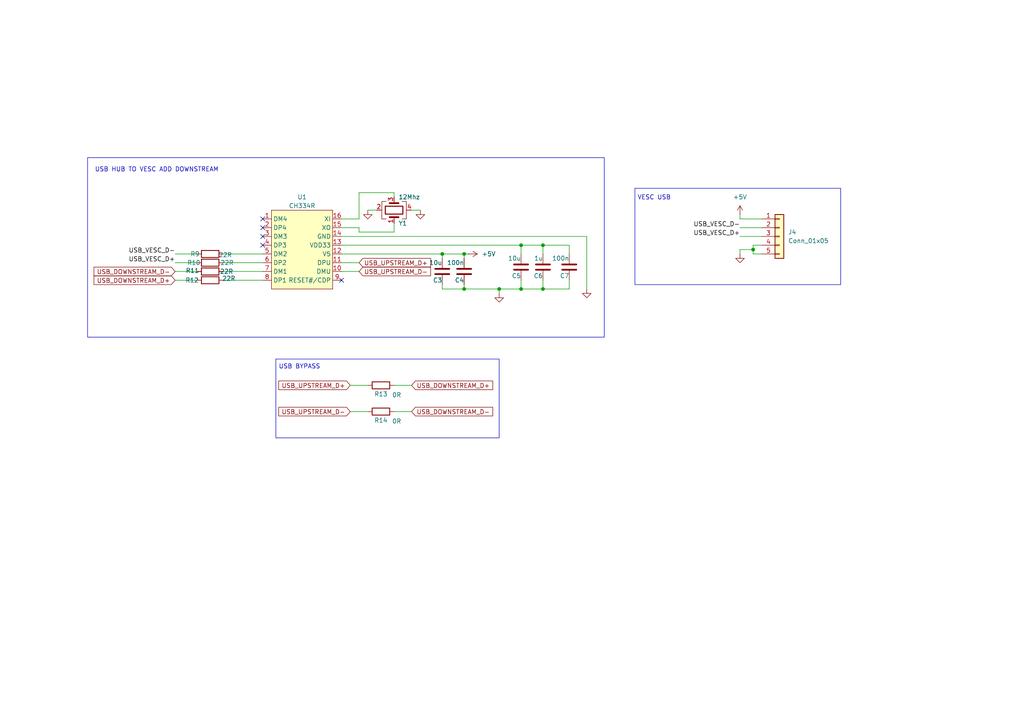
<source format=kicad_sch>
(kicad_sch (version 20231120) (generator "eeschema") (generator_version "8.0")
  (paper "A4")
  (lib_symbols
    (symbol "Connector_Generic:Conn_01x05" (pin_names (offset 1.016) hide)
      (property "Reference" "J" (at 0 7.62 0))
      (property "Value" "Conn_01x05" (at 0 -7.62 0))
      (symbol "Conn_01x05_1_1"
        (rectangle (start -1.27 -4.953) (end 0 -5.207) (stroke (width 0.1524)))
        (rectangle (start -1.27 -2.413) (end 0 -2.667) (stroke (width 0.1524)))
        (rectangle (start -1.27 0.127) (end 0 -0.127) (stroke (width 0.1524)))
        (rectangle (start -1.27 2.667) (end 0 2.413) (stroke (width 0.1524)))
        (rectangle (start -1.27 5.207) (end 0 4.953) (stroke (width 0.1524)))
        (rectangle (start -1.27 6.35) (end 1.27 -6.35) (stroke (width 0.254)) (fill (type background)))
        (pin passive line (at -5.08 5.08 0) (length 3.81) (name "Pin_1") (number "1"))
        (pin passive line (at -5.08 2.54 0) (length 3.81) (name "Pin_2") (number "2"))
        (pin passive line (at -5.08 0 0) (length 3.81) (name "Pin_3") (number "3"))
        (pin passive line (at -5.08 -2.54 0) (length 3.81) (name "Pin_4") (number "4"))
        (pin passive line (at -5.08 -5.08 0) (length 3.81) (name "Pin_5") (number "5"))
      )
    )
    (symbol "Device:C" (pin_numbers hide) (pin_names (offset 0.254))
      (property "Reference" "C" (at 0.635 2.54 0))
      (property "Value" "C" (at 0.635 -2.54 0))
      (symbol "C_0_1"
        (polyline (pts (xy -2.032 -0.762) (xy 2.032 -0.762)) (stroke (width 0.508)))
        (polyline (pts (xy -2.032 0.762) (xy 2.032 0.762)) (stroke (width 0.508)))
      )
      (symbol "C_1_1"
        (pin passive line (at 0 3.81 270) (length 2.794) (name "~") (number "1"))
        (pin passive line (at 0 -3.81 90) (length 2.794) (name "~") (number "2"))
      )
    )
    (symbol "Device:Crystal_GND24" (pin_names (offset 1.016) hide)
      (property "Reference" "Y" (at 3.175 5.08 0))
      (property "Value" "Crystal_GND24" (at 3.175 3.175 0))
      (symbol "Crystal_GND24_0_1"
        (rectangle (start -1.143 2.54) (end 1.143 -2.54) (stroke (width 0.3048)))
        (polyline (pts (xy -2.54 0) (xy -2.032 0)))
        (polyline (pts (xy -2.032 -1.27) (xy -2.032 1.27)) (stroke (width 0.508)))
        (polyline (pts (xy 0 -3.81) (xy 0 -3.556)))
        (polyline (pts (xy 0 3.556) (xy 0 3.81)))
        (polyline (pts (xy 2.032 -1.27) (xy 2.032 1.27)) (stroke (width 0.508)))
        (polyline (pts (xy 2.032 0) (xy 2.54 0)))
        (polyline (pts (xy -2.54 -2.286) (xy -2.54 -3.556) (xy 2.54 -3.556) (xy 2.54 -2.286)))
        (polyline (pts (xy -2.54 2.286) (xy -2.54 3.556) (xy 2.54 3.556) (xy 2.54 2.286)))
      )
      (symbol "Crystal_GND24_1_1"
        (pin passive line (at -3.81 0 0) (length 1.27) (name "1") (number "1"))
        (pin passive line (at 0 5.08 270) (length 1.27) (name "2") (number "2"))
        (pin passive line (at 3.81 0 180) (length 1.27) (name "3") (number "3"))
        (pin passive line (at 0 -5.08 90) (length 1.27) (name "4") (number "4"))
      )
    )
    (symbol "Device:R" (pin_numbers hide) (pin_names (offset 0))
      (property "Reference" "R" (at 2.032 0 90))
      (property "Value" "R" (at 0 0 90))
      (symbol "R_0_1"
        (rectangle (start -1.016 -2.54) (end 1.016 2.54) (stroke (width 0.254)))
      )
      (symbol "R_1_1"
        (pin passive line (at 0 3.81 270) (length 1.27) (name "~") (number "1"))
        (pin passive line (at 0 -3.81 90) (length 1.27) (name "~") (number "2"))
      )
    )
    (symbol "WCH_USB:CH334R"
      (property "Reference" "U" (at 0 3.81 0))
      (property "Value" "CH334R" (at 0 1.27 0))
      (symbol "CH334R_0_1"
        (rectangle (start -8.89 0) (end 8.89 -22.86) (stroke (width 0.1524)) (fill (type background)))
      )
      (symbol "CH334R_1_1"
        (pin bidirectional line (at -11.43 -2.54 0) (length 2.54) (name "DM4") (number "1"))
        (pin bidirectional line (at 11.43 -17.78 180) (length 2.54) (name "DMU") (number "10"))
        (pin bidirectional line (at 11.43 -15.24 180) (length 2.54) (name "DPU") (number "11"))
        (pin power_in line (at 11.43 -12.7 180) (length 2.54) (name "V5") (number "12"))
        (pin power_out line (at 11.43 -10.16 180) (length 2.54) (name "VDD33") (number "13"))
        (pin power_in line (at 11.43 -7.62 180) (length 2.54) (name "GND") (number "14"))
        (pin bidirectional line (at 11.43 -5.08 180) (length 2.54) (name "XO") (number "15"))
        (pin bidirectional line (at 11.43 -2.54 180) (length 2.54) (name "XI") (number "16"))
        (pin bidirectional line (at -11.43 -5.08 0) (length 2.54) (name "DP4") (number "2"))
        (pin bidirectional line (at -11.43 -7.62 0) (length 2.54) (name "DM3") (number "3"))
        (pin bidirectional line (at -11.43 -10.16 0) (length 2.54) (name "DP3") (number "4"))
        (pin bidirectional line (at -11.43 -12.7 0) (length 2.54) (name "DM2") (number "5"))
        (pin bidirectional line (at -11.43 -15.24 0) (length 2.54) (name "DP2") (number "6"))
        (pin bidirectional line (at -11.43 -17.78 0) (length 2.54) (name "DM1") (number "7"))
        (pin bidirectional line (at -11.43 -20.32 0) (length 2.54) (name "DP1") (number "8"))
        (pin bidirectional line (at 11.43 -20.32 180) (length 2.54) (name "RESET#/CDP") (number "9"))
      )
    )
    (symbol "power:+3V3" (power) (pin_names (offset 0))
      (property "Value" "+3V3" (at 0 3.556 0))
      (symbol "+3V3_0_1"
        (polyline (pts (xy -0.762 1.27) (xy 0 2.54)))
        (polyline (pts (xy 0 0) (xy 0 2.54)))
        (polyline (pts (xy 0 2.54) (xy 0.762 1.27)))
      )
      (symbol "+3V3_1_1"
        (pin power_in line (at 0 0 90) (length 0) hide (name "+3V3") (number "1"))
      )
    )
    (symbol "power:+5V" (power) (pin_numbers hide) (pin_names (offset 0) hide)
      (property "Value" "+5V" (at 0 3.556 0))
      (symbol "+5V_0_1"
        (polyline (pts (xy -0.762 1.27) (xy 0 2.54)))
        (polyline (pts (xy 0 0) (xy 0 2.54)))
        (polyline (pts (xy 0 2.54) (xy 0.762 1.27)))
      )
      (symbol "+5V_1_1"
        (pin power_in line (at 0 0 90) (length 0) (name "~") (number "1"))
      )
    )
    (symbol "power:GND" (power) (pin_names (offset 0))
      (property "Value" "GND" (at 0 -3.81 0))
      (symbol "GND_0_1"
        (polyline (pts (xy 0 0) (xy 0 -1.27) (xy 1.27 -1.27) (xy 0 -2.54) (xy -1.27 -1.27) (xy 0 -1.27)))
      )
      (symbol "GND_1_1"
        (pin power_in line (at 0 0 270) (length 0) hide (name "GND") (number "1"))
      )
    )
  )
  (junction (at 134.62 73.66))
  (junction (at 151.13 83.82))
  (junction (at 144.78 83.82))
  (junction (at 218.44 72.39))
  (junction (at 157.48 83.82))
  (junction (at 151.13 71.12))
  (junction (at 128.27 73.66))
  (junction (at 157.48 71.12))
  (junction (at 134.62 83.82))
  (no_connect (at 99.06 81.28))
  (no_connect (at 76.2 63.5))
  (no_connect (at 76.2 71.12))
  (no_connect (at 76.2 66.04))
  (no_connect (at 76.2 68.58))
  (wire (pts (xy 151.13 71.12) (xy 151.13 73.66)))
  (wire (pts (xy 144.78 83.82) (xy 151.13 83.82)))
  (wire (pts (xy 214.63 68.58) (xy 220.98 68.58)))
  (wire (pts (xy 218.44 72.39) (xy 218.44 73.66)))
  (wire (pts (xy 134.62 73.66) (xy 135.89 73.66)))
  (wire (pts (xy 218.44 71.12) (xy 220.98 71.12)))
  (wire (pts (xy 114.3 64.77) (xy 114.3 67.31)))
  (wire (pts (xy 104.14 67.31) (xy 114.3 67.31)))
  (wire (pts (xy 50.8 78.74) (xy 57.15 78.74)))
  (wire (pts (xy 165.1 83.82) (xy 157.48 83.82)))
  (wire (pts (xy 106.68 60.96) (xy 109.22 60.96)))
  (wire (pts (xy 114.3 111.76) (xy 119.38 111.76)))
  (wire (pts (xy 128.27 83.82) (xy 134.62 83.82)))
  (wire (pts (xy 218.44 72.39) (xy 218.44 71.12)))
  (wire (pts (xy 157.48 81.28) (xy 157.48 83.82)))
  (wire (pts (xy 144.78 83.82) (xy 144.78 85.09)))
  (wire (pts (xy 157.48 83.82) (xy 151.13 83.82)))
  (wire (pts (xy 114.3 55.88) (xy 114.3 57.15)))
  (wire (pts (xy 99.06 78.74) (xy 104.14 78.74)))
  (wire (pts (xy 170.18 68.58) (xy 99.06 68.58)))
  (wire (pts (xy 101.6 111.76) (xy 106.68 111.76)))
  (wire (pts (xy 64.77 73.66) (xy 76.2 73.66)))
  (wire (pts (xy 214.63 73.66) (xy 214.63 72.39)))
  (wire (pts (xy 214.63 66.04) (xy 220.98 66.04)))
  (wire (pts (xy 165.1 73.66) (xy 165.1 71.12)))
  (wire (pts (xy 165.1 81.28) (xy 165.1 83.82)))
  (wire (pts (xy 214.63 63.5) (xy 214.63 62.23)))
  (wire (pts (xy 104.14 55.88) (xy 114.3 55.88)))
  (wire (pts (xy 99.06 71.12) (xy 151.13 71.12)))
  (wire (pts (xy 104.14 55.88) (xy 104.14 63.5)))
  (wire (pts (xy 104.14 66.04) (xy 99.06 66.04)))
  (wire (pts (xy 50.8 76.2) (xy 57.15 76.2)))
  (wire (pts (xy 99.06 63.5) (xy 104.14 63.5)))
  (wire (pts (xy 151.13 83.82) (xy 151.13 81.28)))
  (wire (pts (xy 151.13 71.12) (xy 157.48 71.12)))
  (wire (pts (xy 119.38 60.96) (xy 121.92 60.96)))
  (wire (pts (xy 214.63 63.5) (xy 220.98 63.5)))
  (wire (pts (xy 134.62 82.55) (xy 134.62 83.82)))
  (wire (pts (xy 64.77 78.74) (xy 76.2 78.74)))
  (wire (pts (xy 220.98 73.66) (xy 218.44 73.66)))
  (wire (pts (xy 99.06 73.66) (xy 128.27 73.66)))
  (wire (pts (xy 64.77 81.28) (xy 76.2 81.28)))
  (wire (pts (xy 128.27 74.93) (xy 128.27 73.66)))
  (wire (pts (xy 157.48 71.12) (xy 165.1 71.12)))
  (wire (pts (xy 50.8 81.28) (xy 57.15 81.28)))
  (wire (pts (xy 104.14 67.31) (xy 104.14 66.04)))
  (wire (pts (xy 170.18 83.82) (xy 170.18 68.58)))
  (wire (pts (xy 101.6 119.38) (xy 106.68 119.38)))
  (wire (pts (xy 50.8 73.66) (xy 57.15 73.66)))
  (wire (pts (xy 214.63 72.39) (xy 218.44 72.39)))
  (wire (pts (xy 128.27 73.66) (xy 134.62 73.66)))
  (wire (pts (xy 99.06 76.2) (xy 104.14 76.2)))
  (wire (pts (xy 134.62 74.93) (xy 134.62 73.66)))
  (wire (pts (xy 128.27 82.55) (xy 128.27 83.82)))
  (wire (pts (xy 144.78 83.82) (xy 134.62 83.82)))
  (wire (pts (xy 114.3 119.38) (xy 119.38 119.38)))
  (wire (pts (xy 157.48 71.12) (xy 157.48 73.66)))
  (wire (pts (xy 64.77 76.2) (xy 76.2 76.2)))
  (rectangle (start 184.15 54.61) (end 243.84 82.55))
  (rectangle (start 25.4 45.72) (end 175.26 97.79))
  (rectangle (start 80.01 104.14) (end 144.78 127))
  (text "USB BYPASS\n" (at 86.868 106.426 0) (effects (font (size 1.27 1.27))))
  (text "USB HUB TO VESC ADD DOWNSTREAM" (at 45.466 49.276 0) (effects (font (size 1.27 1.27))))
  (text "VESC USB" (at 189.738 57.404 0) (effects (font (size 1.27 1.27))))
  (label "USB_VESC_D-" (at 50.8 73.66 180))
  (label "USB_VESC_D+" (at 214.63 68.58 180))
  (label "USB_VESC_D-" (at 214.63 66.04 180))
  (label "USB_VESC_D+" (at 50.8 76.2 180))
  (global_label "USB_DOWNSTREAM_D-" (shape input) (at 50.8 78.74 180) (property "Intersheetrefs" "${INTERSHEET_REFS}" (effects (hide yes))))
  (global_label "USB_UPSTREAM_D+" (shape input) (at 101.6 111.76 180) (property "Intersheetrefs" "${INTERSHEET_REFS}" (effects (hide yes))))
  (global_label "USB_UPSTREAM_D-" (shape input) (at 104.14 78.74 0) (property "Intersheetrefs" "${INTERSHEET_REFS}" (effects (hide yes))))
  (global_label "USB_DOWNSTREAM_D+" (shape input) (at 50.8 81.28 180) (property "Intersheetrefs" "${INTERSHEET_REFS}" (effects (hide yes))))
  (global_label "USB_UPSTREAM_D+" (shape input) (at 104.14 76.2 0) (property "Intersheetrefs" "${INTERSHEET_REFS}" (effects (hide yes))))
  (global_label "USB_UPSTREAM_D-" (shape input) (at 101.6 119.38 180) (property "Intersheetrefs" "${INTERSHEET_REFS}" (effects (hide yes))))
  (global_label "USB_DOWNSTREAM_D-" (shape input) (at 119.38 119.38 0) (property "Intersheetrefs" "${INTERSHEET_REFS}" (effects (hide yes))))
  (global_label "USB_DOWNSTREAM_D+" (shape input) (at 119.38 111.76 0) (property "Intersheetrefs" "${INTERSHEET_REFS}" (effects (hide yes))))
  (symbol (lib_id "Device:Crystal_GND24") (at 114.3 60.96 90) (unit 1)
    (property "Reference" "Y1" (at 115.57 64.77 90) (effects (justify right)))
    (property "Value" "12Mhz" (at 115.57 57.15 90) (effects (justify right)))
    (property "Footprint" "Crystal:Crystal_SMD_3225-4Pin_3.2x2.5mm" (effects (hide yes)))
  )
  (symbol (lib_id "power:GND") (at 106.68 60.96 0) (unit 1)
    (property "Reference" "#PWR08" (effects (hide yes)))
    (property "Value" "GND" (effects (hide yes)))
  )
  (symbol (lib_id "Device:C") (at 165.1 77.47 180) (unit 1)
    (property "Reference" "C7" (at 165.1 80.01 0) (effects (justify left)))
    (property "Value" "100n" (at 165.1 74.93 0) (effects (justify left)))
    (property "Footprint" "Capacitor_SMD:C_0402_1005Metric" (effects (hide yes)))
  )
  (symbol (lib_id "power:+5V") (at 135.89 73.66 270) (unit 1)
    (property "Reference" "#PWR010" (effects (hide yes)))
    (property "Value" "+5V" (at 139.7 73.6599 90) (effects (justify left)))
    (property "Description" "Power symbol creates a global label with name \"+5V\"" (effects (hide yes)))
  )
  (symbol (lib_id "Connector_Generic:Conn_01x05") (at 226.06 68.58 0) (unit 1)
    (property "Reference" "J4" (at 228.6 67.3099 0) (effects (justify left)))
    (property "Value" "Conn_01x05" (at 228.6 69.8499 0) (effects (justify left)))
    (property "Footprint" "Connector_PinHeader_2.54mm:PinHeader_1x05_P2.54mm_Vertical" (effects (hide yes)))
    (property "Description" "Generic connector, single row, 01x05, script generated (kicad-library-utils/schlib/autogen/connector/)" (effects (hide yes)))
  )
  (symbol (lib_id "power:GND") (at 214.63 73.66 0) (unit 1)
    (property "Reference" "#PWR014" (effects (hide yes)))
    (property "Value" "GND" (effects (hide yes)))
  )
  (symbol (lib_id "Device:R") (at 110.49 111.76 270) (unit 1)
    (property "Reference" "R13" (at 110.49 114.3 90))
    (property "Value" "0R" (at 115.062 114.554 90))
    (property "Footprint" "Resistor_SMD:R_0603_1608Metric" (effects (hide yes)))
  )
  (symbol (lib_id "Device:R") (at 60.96 78.74 270) (mirror x) (unit 1)
    (property "Reference" "R11" (at 53.848 78.486 90) (effects (justify left)))
    (property "Value" "22R" (at 63.754 78.74 90) (effects (justify left)))
    (property "Footprint" "Resistor_SMD:R_0402_1005Metric" (effects (hide yes)))
  )
  (symbol (lib_id "Device:C") (at 151.13 77.47 180) (unit 1)
    (property "Reference" "C5" (at 151.13 80.01 0) (effects (justify left)))
    (property "Value" "10u" (at 151.13 74.93 0) (effects (justify left)))
    (property "Footprint" "Capacitor_SMD:C_0603_1608Metric" (effects (hide yes)))
  )
  (symbol (lib_id "Device:R") (at 60.96 81.28 90) (unit 1)
    (property "Reference" "R12" (at 57.658 81.28 90) (effects (justify left)))
    (property "Value" "22R" (at 68.326 80.772 90) (effects (justify left)))
    (property "Footprint" "Resistor_SMD:R_0402_1005Metric" (effects (hide yes)))
  )
  (symbol (lib_id "Device:C") (at 134.62 78.74 180) (unit 1)
    (property "Reference" "C4" (at 134.62 81.28 0) (effects (justify left)))
    (property "Value" "100n" (at 134.62 76.2 0) (effects (justify left)))
    (property "Footprint" "Capacitor_SMD:C_0402_1005Metric" (effects (hide yes)))
  )
  (symbol (lib_id "Device:R") (at 110.49 119.38 270) (unit 1)
    (property "Reference" "R14" (at 110.49 121.92 90))
    (property "Value" "0R" (at 115.062 122.174 90))
    (property "Footprint" "Resistor_SMD:R_0603_1608Metric" (effects (hide yes)))
  )
  (symbol (lib_id "Device:C") (at 128.27 78.74 180) (unit 1)
    (property "Reference" "C3" (at 128.27 81.28 0) (effects (justify left)))
    (property "Value" "10u" (at 128.27 76.2 0) (effects (justify left)))
    (property "Footprint" "Capacitor_SMD:C_0603_1608Metric" (effects (hide yes)))
  )
  (symbol (lib_id "power:+3V3") (at 214.63 62.23 0) (unit 1)
    (property "Reference" "#PWR013" (effects (hide yes)))
    (property "Value" "+5V" (at 214.63 57.15 0))
  )
  (symbol (lib_id "power:GND") (at 121.92 60.96 0) (unit 1)
    (property "Reference" "#PWR09" (effects (hide yes)))
    (property "Value" "GND" (effects (hide yes)))
  )
  (symbol (lib_id "Device:R") (at 60.96 76.2 90) (unit 1)
    (property "Reference" "R10" (at 58.166 76.2 90) (effects (justify left)))
    (property "Value" "22R" (at 67.818 76.2 90) (effects (justify left)))
    (property "Footprint" "Resistor_SMD:R_0402_1005Metric" (effects (hide yes)))
  )
  (symbol (lib_id "Device:C") (at 157.48 77.47 180) (unit 1)
    (property "Reference" "C6" (at 157.48 80.01 0) (effects (justify left)))
    (property "Value" "1u" (at 157.48 74.93 0) (effects (justify left)))
    (property "Footprint" "Capacitor_SMD:C_0603_1608Metric" (effects (hide yes)))
  )
  (symbol (lib_id "Device:R") (at 60.96 73.66 90) (unit 1)
    (property "Reference" "R9" (at 57.912 73.66 90) (effects (justify left)))
    (property "Value" "22R" (at 67.31 73.914 90) (effects (justify left)))
    (property "Footprint" "Resistor_SMD:R_0402_1005Metric" (effects (hide yes)))
  )
  (symbol (lib_id "power:GND") (at 170.18 83.82 0) (unit 1)
    (property "Reference" "#PWR012" (effects (hide yes)))
    (property "Value" "GND" (effects (hide yes)))
  )
  (symbol (lib_id "WCH_USB:CH334R") (at 87.63 60.96 0) (unit 1)
    (property "Reference" "U1" (at 87.63 57.15 0))
    (property "Value" "CH334R" (at 87.63 59.69 0))
    (property "Footprint" "Package_SO:QSOP-16_3.9x4.9mm_P0.635mm" (effects (hide yes)))
  )
  (symbol (lib_id "power:GND") (at 144.78 85.09 0) (unit 1)
    (property "Reference" "#PWR011" (effects (hide yes)))
    (property "Value" "GND" (effects (hide yes)))
  )
)
</source>
